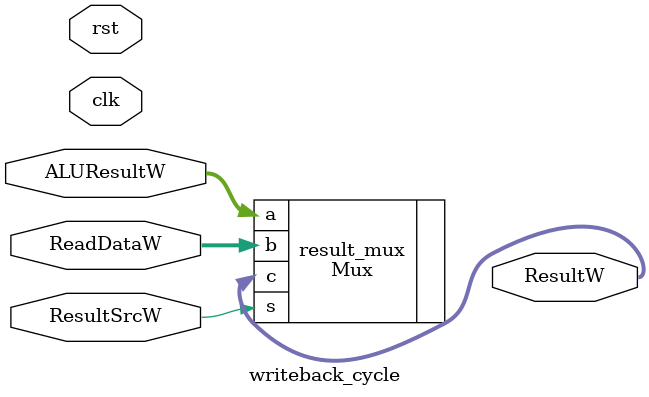
<source format=v>
module writeback_cycle(clk, rst, ResultSrcW, ReadDataW, ALUResultW, ResultW);
    input clk, rst;
    input ResultSrcW;
    input [31:0] ReadDataW, ALUResultW;
    output [31:0] ResultW;


    // module instantiations
    Mux result_mux (.a(ALUResultW), .b(ReadDataW), .s(ResultSrcW), .c(ResultW));

endmodule
</source>
